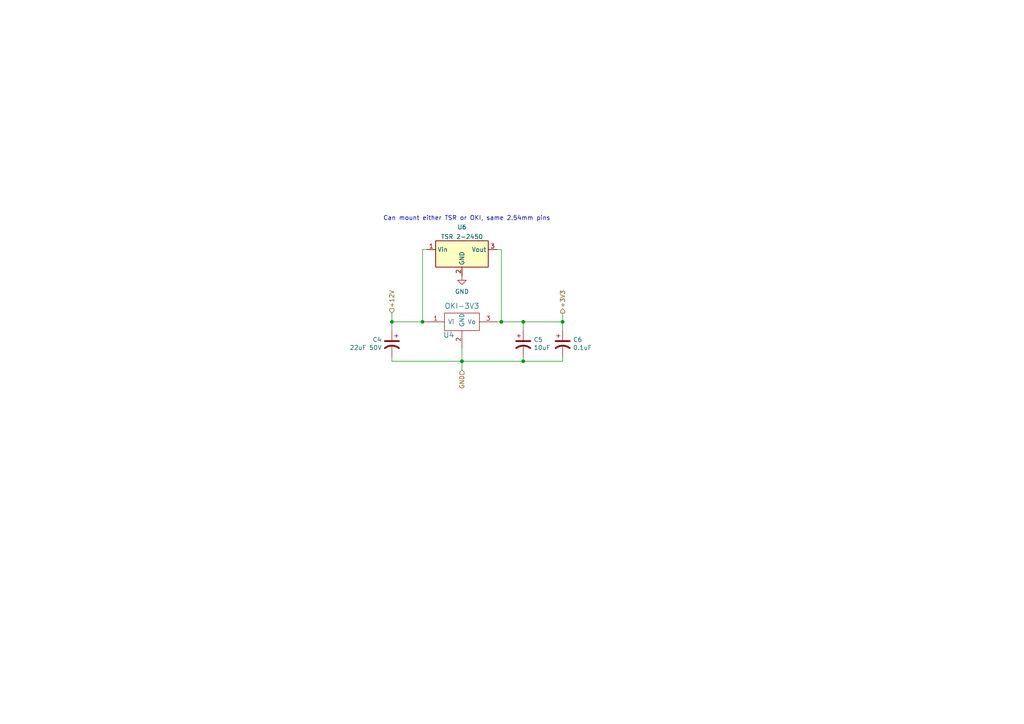
<source format=kicad_sch>
(kicad_sch (version 20211123) (generator eeschema)
  (paper "A4")
  (title_block (title "OKI 3V3 Voltage Regulator") (date "2022-09-17") (rev "2, 2023") (company "Thomas Francois, Katherine Dunlap, Missouri S&T Mars Rover Design Team") (comment 1 "OKI 3V3 Voltage Regulator") (comment 2 "Provides Stable 3V3 From 12V"))
  (lib_symbols
    (symbol "Device:C_Polarized_US" (pin_numbers hide) (pin_names (offset 0.254) hide)
      (property "Reference" "C" (at 0.635 2.54 0))
      (property "Value" "C_Polarized_US" (at 0.635 -2.54 0))
      (symbol "C_Polarized_US_0_1"
        (polyline (pts (xy -2.032 0.762) (xy 2.032 0.762)) (stroke (width 0.508)))
        (polyline (pts (xy -1.778 2.286) (xy -0.762 2.286)))
        (polyline (pts (xy -1.27 1.778) (xy -1.27 2.794)))
        (arc (start 2.032 -1.27) (mid 0 -0.5572) (end -2.032 -1.27) (stroke (width 0.508)))
      )
      (symbol "C_Polarized_US_1_1"
        (pin passive line (at 0 3.81 270) (length 2.794) (name "~") (number "1"))
        (pin passive line (at 0 -3.81 90) (length 3.302) (name "~") (number "2"))
      )
    )
    (symbol "MRDT_Devices:OKI" (pin_names (offset 1.016))
      (property "Value" "OKI" (at 5.08 6.35 0))
      (symbol "OKI_0_1"
        (rectangle (start 0 0) (end 10.16 5.08))
      )
      (symbol "OKI_1_1"
        (pin input line (at -5.08 2.54 0) (length 5.08) (name "Vi") (number "1"))
        (pin output line (at 5.08 -5.08 90) (length 5.08) (name "GND") (number "2"))
        (pin output line (at 15.24 2.54 180) (length 5.08) (name "Vo") (number "3"))
      )
    )
    (symbol "Regulator_Switching:TSR_1-2412"
      (property "Reference" "U" (at -7.62 6.35 0))
      (property "Value" "TSR_1-2412" (at -1.27 6.35 0))
      (symbol "TSR_1-2412_0_1"
        (rectangle (start -7.62 5.08) (end 7.62 -2.54) (stroke (width 0.254)) (fill (type background)))
      )
      (symbol "TSR_1-2412_1_1"
        (pin power_in line (at -10.16 2.54 0) (length 2.54) (name "Vin") (number "1"))
        (pin power_in line (at 0 -5.08 90) (length 2.54) (name "GND") (number "2"))
        (pin power_out line (at 10.16 2.54 180) (length 2.54) (name "Vout") (number "3"))
      )
    )
    (symbol "power:GND" (power) (pin_names (offset 0))
      (property "Value" "GND" (at 0 -3.81 0))
      (symbol "GND_0_1"
        (polyline (pts (xy 0 0) (xy 0 -1.27) (xy 1.27 -1.27) (xy 0 -2.54) (xy -1.27 -1.27) (xy 0 -1.27)))
      )
      (symbol "GND_1_1"
        (pin power_in line (at 0 0 270) (length 0) hide (name "GND") (number "1"))
      )
    )
  )
  (junction (at 113.665 93.345))
  (junction (at 163.195 93.345))
  (junction (at 151.765 93.345))
  (junction (at 122.555 93.345))
  (junction (at 145.415 93.345))
  (junction (at 151.765 104.775))
  (junction (at 133.985 104.775))
  (wire (pts (xy 151.765 104.775) (xy 163.195 104.775)))
  (wire (pts (xy 133.985 104.775) (xy 151.765 104.775)))
  (wire (pts (xy 113.665 93.345) (xy 122.555 93.345)))
  (wire (pts (xy 151.765 104.775) (xy 151.765 103.505)))
  (wire (pts (xy 123.825 72.39) (xy 122.555 72.39)))
  (wire (pts (xy 151.765 93.345) (xy 163.195 93.345)))
  (wire (pts (xy 133.985 100.965) (xy 133.985 104.775)))
  (wire (pts (xy 163.195 95.885) (xy 163.195 93.345)))
  (wire (pts (xy 145.415 72.39) (xy 145.415 93.345)))
  (wire (pts (xy 163.195 93.345) (xy 163.195 90.805)))
  (wire (pts (xy 122.555 72.39) (xy 122.555 93.345)))
  (wire (pts (xy 145.415 93.345) (xy 151.765 93.345)))
  (wire (pts (xy 113.665 90.805) (xy 113.665 93.345)))
  (wire (pts (xy 113.665 104.775) (xy 133.985 104.775)))
  (wire (pts (xy 144.145 72.39) (xy 145.415 72.39)))
  (wire (pts (xy 113.665 93.345) (xy 113.665 95.885)))
  (wire (pts (xy 122.555 93.345) (xy 123.825 93.345)))
  (wire (pts (xy 144.145 93.345) (xy 145.415 93.345)))
  (wire (pts (xy 133.985 104.775) (xy 133.985 107.315)))
  (wire (pts (xy 151.765 95.885) (xy 151.765 93.345)))
  (wire (pts (xy 163.195 104.775) (xy 163.195 103.505)))
  (wire (pts (xy 113.665 103.505) (xy 113.665 104.775)))
  (text "Can mount either TSR or OKI, same 2.54mm pins" (at 111.125 64.135 0) (effects (font (size 1.27 1.27)) (justify left bottom)))
  (hierarchical_label "GND" (shape input) (at 133.985 107.315 270))
  (hierarchical_label "+3V3" (shape output) (at 163.195 90.805 90))
  (hierarchical_label "+12V" (shape input) (at 113.665 90.805 90))
  (symbol (lib_id "power:GND") (at 133.985 80.01 0) (unit 1)
    (property "Reference" "#PWR016" (effects hide))
    (property "Value" "GND" (at 133.985 84.5725 0))
  )
  (symbol (lib_id "MRDT_Devices:OKI") (at 128.905 95.885 0) (unit 1)
    (property "Reference" "U4" (at 130.175 97.155 0) (effects (font (size 1.524 1.524))))
    (property "Value" "OKI-3V3" (at 133.985 88.7476 0) (effects (font (size 1.524 1.524))))
    (property "Footprint" "MRDT_Devices:OKI_Horizontal" (effects hide))
  )
  (symbol (lib_id "Regulator_Switching:TSR_1-2412") (at 133.985 74.93 0) (unit 1)
    (property "Reference" "U6" (at 133.985 65.8835 0))
    (property "Value" "TSR 2-2450" (at 133.985 68.6586 0))
    (property "Footprint" "Converter_DCDC:Converter_DCDC_TRACO_TSR-1_THT" (effects hide))
    (property "Datasheet" "http://www.tracopower.com/products/tsr1.pdf" (effects hide))
  )
  (symbol (lib_id "Device:C_Polarized_US") (at 113.665 99.695 0) (mirror y) (unit 1)
    (property "Reference" "C4" (at 110.744 98.5266 0) (effects (justify left)))
    (property "Value" "22uF 50V" (at 110.744 100.838 0) (effects (justify left)))
    (property "Footprint" "Capacitor_THT:CP_Radial_D6.3mm_P2.50mm" (effects hide))
  )
  (symbol (lib_id "Device:C_Polarized_US") (at 163.195 99.695 0) (unit 1)
    (property "Reference" "C6" (at 166.1922 98.5266 0) (effects (justify left)))
    (property "Value" "0.1uF" (at 166.1922 100.838 0) (effects (justify left)))
    (property "Footprint" "Capacitor_SMD:C_0603_1608Metric_Pad1.08x0.95mm_HandSolder" (effects hide))
  )
  (symbol (lib_id "Device:C_Polarized_US") (at 151.765 99.695 0) (unit 1)
    (property "Reference" "C5" (at 154.7622 98.5266 0) (effects (justify left)))
    (property "Value" "10uF" (at 154.7622 100.838 0) (effects (justify left)))
    (property "Footprint" "Capacitor_SMD:C_0603_1608Metric_Pad1.08x0.95mm_HandSolder" (effects hide))
  )
)
</source>
